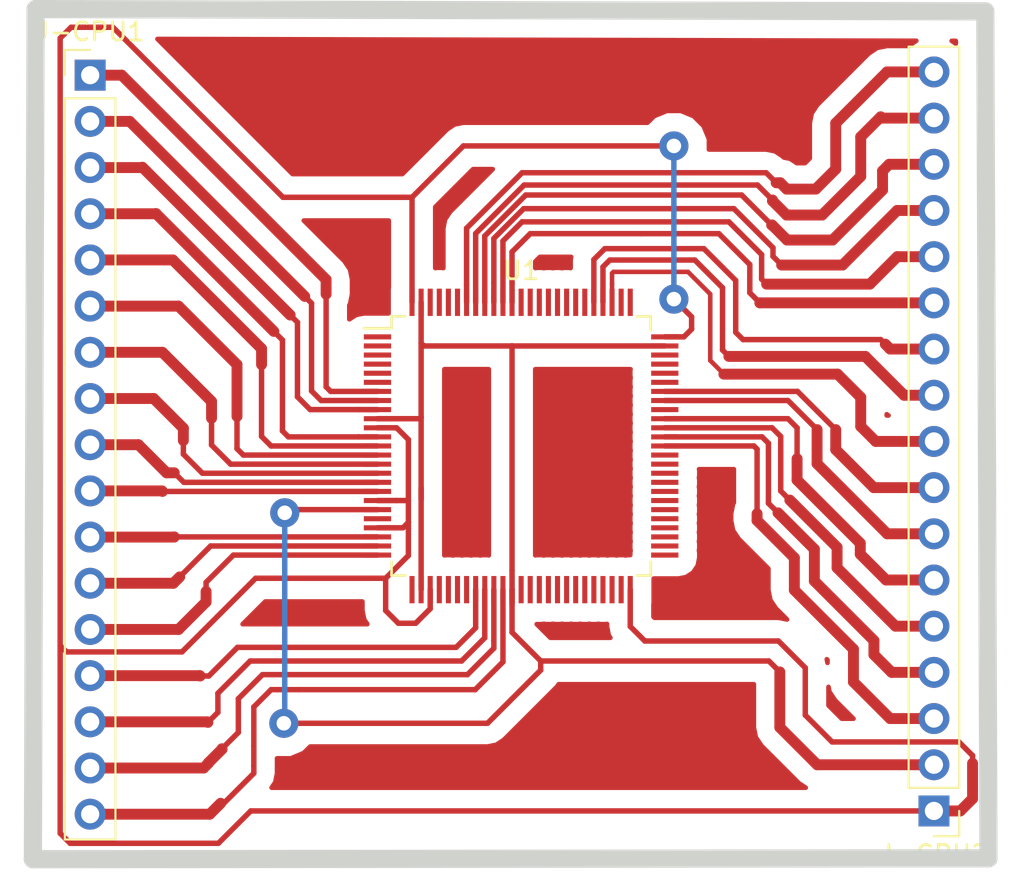
<source format=kicad_pcb>
(kicad_pcb (version 4) (host pcbnew 4.0.6)

  (general
    (links 45)
    (no_connects 0)
    (area 0 0 0 0)
    (thickness 1.6)
    (drawings 4)
    (tracks 337)
    (zones 0)
    (modules 3)
    (nets 90)
  )

  (page A4)
  (layers
    (0 F.Cu signal)
    (31 B.Cu signal)
    (32 B.Adhes user)
    (33 F.Adhes user)
    (34 B.Paste user)
    (35 F.Paste user)
    (36 B.SilkS user)
    (37 F.SilkS user)
    (38 B.Mask user)
    (39 F.Mask user)
    (40 Dwgs.User user)
    (41 Cmts.User user)
    (42 Eco1.User user)
    (43 Eco2.User user)
    (44 Edge.Cuts user)
    (45 Margin user)
    (46 B.CrtYd user)
    (47 F.CrtYd user)
    (48 B.Fab user)
    (49 F.Fab user)
  )

  (setup
    (last_trace_width 0.3)
    (user_trace_width 0.3)
    (user_trace_width 0.6)
    (user_trace_width 0.8)
    (trace_clearance 0.15)
    (zone_clearance 1)
    (zone_45_only no)
    (trace_min 0.2)
    (segment_width 0.2)
    (edge_width 1)
    (via_size 0.6)
    (via_drill 0.4)
    (via_min_size 0.4)
    (via_min_drill 0.3)
    (user_via 1.6 0.8)
    (uvia_size 0.3)
    (uvia_drill 0.1)
    (uvias_allowed no)
    (uvia_min_size 0.2)
    (uvia_min_drill 0.1)
    (pcb_text_width 0.3)
    (pcb_text_size 1.5 1.5)
    (mod_edge_width 0.15)
    (mod_text_size 1 1)
    (mod_text_width 0.15)
    (pad_size 1.5 1.5)
    (pad_drill 0.6)
    (pad_to_mask_clearance 0)
    (aux_axis_origin 0 0)
    (visible_elements FFFFEF7F)
    (pcbplotparams
      (layerselection 0x00030_80000001)
      (usegerberextensions false)
      (excludeedgelayer true)
      (linewidth 0.100000)
      (plotframeref false)
      (viasonmask false)
      (mode 1)
      (useauxorigin false)
      (hpglpennumber 1)
      (hpglpenspeed 20)
      (hpglpendiameter 15)
      (hpglpenoverlay 2)
      (psnegative false)
      (psa4output false)
      (plotreference true)
      (plotvalue true)
      (plotinvisibletext false)
      (padsonsilk false)
      (subtractmaskfromsilk false)
      (outputformat 1)
      (mirror false)
      (drillshape 1)
      (scaleselection 1)
      (outputdirectory ""))
  )

  (net 0 "")
  (net 1 GND)
  (net 2 /ADC_2)
  (net 3 /ADC_0)
  (net 4 /ADC_1)
  (net 5 /GLCD_0)
  (net 6 /GLCD_1)
  (net 7 /GLCD_2)
  (net 8 /GLCD_3)
  (net 9 /GLCD_4)
  (net 10 /GLCD_5)
  (net 11 /GLCD_6)
  (net 12 /GLCD_7)
  (net 13 /GLCD_CS1)
  (net 14 /GLCD_CS2)
  (net 15 /GLCD_RST)
  (net 16 /GLCD_RW)
  (net 17 /GLCD_RS)
  (net 18 /GLCD_EN)
  (net 19 VDD)
  (net 20 /ADC_SCL)
  (net 21 /ADC_SDA)
  (net 22 /USER_INPUT_1)
  (net 23 /USER_INPUT_2)
  (net 24 "Net-(U1-Pad1)")
  (net 25 "Net-(U1-Pad2)")
  (net 26 "Net-(U1-Pad3)")
  (net 27 "Net-(U1-Pad4)")
  (net 28 "Net-(U1-Pad5)")
  (net 29 "Net-(U1-Pad6)")
  (net 30 "Net-(U1-Pad21)")
  (net 31 "Net-(U1-Pad26)")
  (net 32 "Net-(U1-Pad29)")
  (net 33 "Net-(U1-Pad30)")
  (net 34 "Net-(U1-Pad31)")
  (net 35 "Net-(U1-Pad32)")
  (net 36 "Net-(U1-Pad38)")
  (net 37 "Net-(U1-Pad39)")
  (net 38 "Net-(U1-Pad40)")
  (net 39 "Net-(U1-Pad41)")
  (net 40 "Net-(U1-Pad42)")
  (net 41 "Net-(U1-Pad43)")
  (net 42 "Net-(U1-Pad44)")
  (net 43 "Net-(U1-Pad45)")
  (net 44 "Net-(U1-Pad46)")
  (net 45 "Net-(U1-Pad47)")
  (net 46 "Net-(U1-Pad48)")
  (net 47 "Net-(U1-Pad49)")
  (net 48 "Net-(U1-Pad51)")
  (net 49 "Net-(U1-Pad52)")
  (net 50 "Net-(U1-Pad53)")
  (net 51 "Net-(U1-Pad54)")
  (net 52 "Net-(U1-Pad55)")
  (net 53 "Net-(U1-Pad56)")
  (net 54 "Net-(U1-Pad57)")
  (net 55 "Net-(U1-Pad58)")
  (net 56 "Net-(U1-Pad59)")
  (net 57 "Net-(U1-Pad60)")
  (net 58 "Net-(U1-Pad61)")
  (net 59 "Net-(U1-Pad62)")
  (net 60 "Net-(U1-Pad67)")
  (net 61 /RX)
  (net 62 /TX)
  (net 63 "Net-(U1-Pad70)")
  (net 64 "Net-(U1-Pad71)")
  (net 65 "Net-(U1-Pad72)")
  (net 66 "Net-(U1-Pad73)")
  (net 67 "Net-(U1-Pad76)")
  (net 68 "Net-(U1-Pad77)")
  (net 69 "Net-(U1-Pad81)")
  (net 70 "Net-(U1-Pad82)")
  (net 71 "Net-(U1-Pad83)")
  (net 72 "Net-(U1-Pad84)")
  (net 73 "Net-(U1-Pad85)")
  (net 74 "Net-(U1-Pad86)")
  (net 75 "Net-(U1-Pad87)")
  (net 76 "Net-(U1-Pad88)")
  (net 77 /ADC_EOC)
  (net 78 "Net-(U1-Pad95)")
  (net 79 "Net-(U1-Pad96)")
  (net 80 "Net-(U1-Pad97)")
  (net 81 "Net-(U1-Pad98)")
  (net 82 /RST)
  (net 83 /OSC24_IN)
  (net 84 /OSC24_OUT)
  (net 85 /OSC32_IN)
  (net 86 /OSC32_OUT)
  (net 87 /BOOT)
  (net 88 /ADC_MCLK)
  (net 89 /ADC_XCLR)

  (net_class Default "This is the default net class."
    (clearance 0.15)
    (trace_width 0.25)
    (via_dia 0.6)
    (via_drill 0.4)
    (uvia_dia 0.3)
    (uvia_drill 0.1)
    (add_net /ADC_0)
    (add_net /ADC_1)
    (add_net /ADC_2)
    (add_net /ADC_EOC)
    (add_net /ADC_MCLK)
    (add_net /ADC_SCL)
    (add_net /ADC_SDA)
    (add_net /ADC_XCLR)
    (add_net /BOOT)
    (add_net /GLCD_0)
    (add_net /GLCD_1)
    (add_net /GLCD_2)
    (add_net /GLCD_3)
    (add_net /GLCD_4)
    (add_net /GLCD_5)
    (add_net /GLCD_6)
    (add_net /GLCD_7)
    (add_net /GLCD_CS1)
    (add_net /GLCD_CS2)
    (add_net /GLCD_EN)
    (add_net /GLCD_RS)
    (add_net /GLCD_RST)
    (add_net /GLCD_RW)
    (add_net /OSC24_IN)
    (add_net /OSC24_OUT)
    (add_net /OSC32_IN)
    (add_net /OSC32_OUT)
    (add_net /RST)
    (add_net /RX)
    (add_net /TX)
    (add_net /USER_INPUT_1)
    (add_net /USER_INPUT_2)
    (add_net GND)
    (add_net "Net-(U1-Pad1)")
    (add_net "Net-(U1-Pad2)")
    (add_net "Net-(U1-Pad21)")
    (add_net "Net-(U1-Pad26)")
    (add_net "Net-(U1-Pad29)")
    (add_net "Net-(U1-Pad3)")
    (add_net "Net-(U1-Pad30)")
    (add_net "Net-(U1-Pad31)")
    (add_net "Net-(U1-Pad32)")
    (add_net "Net-(U1-Pad38)")
    (add_net "Net-(U1-Pad39)")
    (add_net "Net-(U1-Pad4)")
    (add_net "Net-(U1-Pad40)")
    (add_net "Net-(U1-Pad41)")
    (add_net "Net-(U1-Pad42)")
    (add_net "Net-(U1-Pad43)")
    (add_net "Net-(U1-Pad44)")
    (add_net "Net-(U1-Pad45)")
    (add_net "Net-(U1-Pad46)")
    (add_net "Net-(U1-Pad47)")
    (add_net "Net-(U1-Pad48)")
    (add_net "Net-(U1-Pad49)")
    (add_net "Net-(U1-Pad5)")
    (add_net "Net-(U1-Pad51)")
    (add_net "Net-(U1-Pad52)")
    (add_net "Net-(U1-Pad53)")
    (add_net "Net-(U1-Pad54)")
    (add_net "Net-(U1-Pad55)")
    (add_net "Net-(U1-Pad56)")
    (add_net "Net-(U1-Pad57)")
    (add_net "Net-(U1-Pad58)")
    (add_net "Net-(U1-Pad59)")
    (add_net "Net-(U1-Pad6)")
    (add_net "Net-(U1-Pad60)")
    (add_net "Net-(U1-Pad61)")
    (add_net "Net-(U1-Pad62)")
    (add_net "Net-(U1-Pad67)")
    (add_net "Net-(U1-Pad70)")
    (add_net "Net-(U1-Pad71)")
    (add_net "Net-(U1-Pad72)")
    (add_net "Net-(U1-Pad73)")
    (add_net "Net-(U1-Pad76)")
    (add_net "Net-(U1-Pad77)")
    (add_net "Net-(U1-Pad81)")
    (add_net "Net-(U1-Pad82)")
    (add_net "Net-(U1-Pad83)")
    (add_net "Net-(U1-Pad84)")
    (add_net "Net-(U1-Pad85)")
    (add_net "Net-(U1-Pad86)")
    (add_net "Net-(U1-Pad87)")
    (add_net "Net-(U1-Pad88)")
    (add_net "Net-(U1-Pad95)")
    (add_net "Net-(U1-Pad96)")
    (add_net "Net-(U1-Pad97)")
    (add_net "Net-(U1-Pad98)")
    (add_net VDD)
  )

  (module Housings_QFP:LQFP-100_14x14mm_Pitch0.5mm locked (layer F.Cu) (tedit 54130A77) (tstamp 59D2BF30)
    (at 133.025 119.2)
    (descr "LQFP100: plastic low profile quad flat package; 100 leads; body 14 x 14 x 1.4 mm (see NXP sot407-1_po.pdf and sot407-1_fr.pdf)")
    (tags "QFP 0.5")
    (path /59B0F675)
    (attr smd)
    (fp_text reference U1 (at 0 -9.65) (layer F.SilkS)
      (effects (font (size 1 1) (thickness 0.15)))
    )
    (fp_text value STM32F407VGTx (at 0 9.65) (layer F.Fab)
      (effects (font (size 1 1) (thickness 0.15)))
    )
    (fp_text user %R (at 1.2 1) (layer F.Fab)
      (effects (font (size 1 1) (thickness 0.15)))
    )
    (fp_line (start -6 -7) (end 7 -7) (layer F.Fab) (width 0.15))
    (fp_line (start 7 -7) (end 7 7) (layer F.Fab) (width 0.15))
    (fp_line (start 7 7) (end -7 7) (layer F.Fab) (width 0.15))
    (fp_line (start -7 7) (end -7 -6) (layer F.Fab) (width 0.15))
    (fp_line (start -7 -6) (end -6 -7) (layer F.Fab) (width 0.15))
    (fp_line (start -8.9 -8.9) (end -8.9 8.9) (layer F.CrtYd) (width 0.05))
    (fp_line (start 8.9 -8.9) (end 8.9 8.9) (layer F.CrtYd) (width 0.05))
    (fp_line (start -8.9 -8.9) (end 8.9 -8.9) (layer F.CrtYd) (width 0.05))
    (fp_line (start -8.9 8.9) (end 8.9 8.9) (layer F.CrtYd) (width 0.05))
    (fp_line (start -7.125 -7.125) (end -7.125 -6.475) (layer F.SilkS) (width 0.15))
    (fp_line (start 7.125 -7.125) (end 7.125 -6.365) (layer F.SilkS) (width 0.15))
    (fp_line (start 7.125 7.125) (end 7.125 6.365) (layer F.SilkS) (width 0.15))
    (fp_line (start -7.125 7.125) (end -7.125 6.365) (layer F.SilkS) (width 0.15))
    (fp_line (start -7.125 -7.125) (end -6.365 -7.125) (layer F.SilkS) (width 0.15))
    (fp_line (start -7.125 7.125) (end -6.365 7.125) (layer F.SilkS) (width 0.15))
    (fp_line (start 7.125 7.125) (end 6.365 7.125) (layer F.SilkS) (width 0.15))
    (fp_line (start 7.125 -7.125) (end 6.365 -7.125) (layer F.SilkS) (width 0.15))
    (fp_line (start -7.125 -6.475) (end -8.65 -6.475) (layer F.SilkS) (width 0.15))
    (pad 1 smd rect (at -7.9 -6) (size 1.5 0.28) (layers F.Cu F.Paste F.Mask)
      (net 24 "Net-(U1-Pad1)"))
    (pad 2 smd rect (at -7.9 -5.5) (size 1.5 0.28) (layers F.Cu F.Paste F.Mask)
      (net 25 "Net-(U1-Pad2)"))
    (pad 3 smd rect (at -7.9 -5) (size 1.5 0.28) (layers F.Cu F.Paste F.Mask)
      (net 26 "Net-(U1-Pad3)"))
    (pad 4 smd rect (at -7.9 -4.5) (size 1.5 0.28) (layers F.Cu F.Paste F.Mask)
      (net 27 "Net-(U1-Pad4)"))
    (pad 5 smd rect (at -7.9 -4) (size 1.5 0.28) (layers F.Cu F.Paste F.Mask)
      (net 28 "Net-(U1-Pad5)"))
    (pad 6 smd rect (at -7.9 -3.5) (size 1.5 0.28) (layers F.Cu F.Paste F.Mask)
      (net 29 "Net-(U1-Pad6)"))
    (pad 7 smd rect (at -7.9 -3) (size 1.5 0.28) (layers F.Cu F.Paste F.Mask)
      (net 18 /GLCD_EN))
    (pad 8 smd rect (at -7.9 -2.5) (size 1.5 0.28) (layers F.Cu F.Paste F.Mask)
      (net 85 /OSC32_IN))
    (pad 9 smd rect (at -7.9 -2) (size 1.5 0.28) (layers F.Cu F.Paste F.Mask)
      (net 86 /OSC32_OUT))
    (pad 10 smd rect (at -7.9 -1.5) (size 1.5 0.28) (layers F.Cu F.Paste F.Mask)
      (net 1 GND))
    (pad 11 smd rect (at -7.9 -1) (size 1.5 0.28) (layers F.Cu F.Paste F.Mask)
      (net 19 VDD))
    (pad 12 smd rect (at -7.9 -0.5) (size 1.5 0.28) (layers F.Cu F.Paste F.Mask)
      (net 83 /OSC24_IN))
    (pad 13 smd rect (at -7.9 0) (size 1.5 0.28) (layers F.Cu F.Paste F.Mask)
      (net 84 /OSC24_OUT))
    (pad 14 smd rect (at -7.9 0.5) (size 1.5 0.28) (layers F.Cu F.Paste F.Mask)
      (net 82 /RST))
    (pad 15 smd rect (at -7.9 1) (size 1.5 0.28) (layers F.Cu F.Paste F.Mask)
      (net 5 /GLCD_0))
    (pad 16 smd rect (at -7.9 1.5) (size 1.5 0.28) (layers F.Cu F.Paste F.Mask)
      (net 6 /GLCD_1))
    (pad 17 smd rect (at -7.9 2) (size 1.5 0.28) (layers F.Cu F.Paste F.Mask)
      (net 7 /GLCD_2))
    (pad 18 smd rect (at -7.9 2.5) (size 1.5 0.28) (layers F.Cu F.Paste F.Mask)
      (net 8 /GLCD_3))
    (pad 19 smd rect (at -7.9 3) (size 1.5 0.28) (layers F.Cu F.Paste F.Mask)
      (net 19 VDD))
    (pad 20 smd rect (at -7.9 3.5) (size 1.5 0.28) (layers F.Cu F.Paste F.Mask)
      (net 1 GND))
    (pad 21 smd rect (at -7.9 4) (size 1.5 0.28) (layers F.Cu F.Paste F.Mask)
      (net 30 "Net-(U1-Pad21)"))
    (pad 22 smd rect (at -7.9 4.5) (size 1.5 0.28) (layers F.Cu F.Paste F.Mask)
      (net 19 VDD))
    (pad 23 smd rect (at -7.9 5) (size 1.5 0.28) (layers F.Cu F.Paste F.Mask)
      (net 3 /ADC_0))
    (pad 24 smd rect (at -7.9 5.5) (size 1.5 0.28) (layers F.Cu F.Paste F.Mask)
      (net 4 /ADC_1))
    (pad 25 smd rect (at -7.9 6) (size 1.5 0.28) (layers F.Cu F.Paste F.Mask)
      (net 2 /ADC_2))
    (pad 26 smd rect (at -6 7.9 90) (size 1.5 0.28) (layers F.Cu F.Paste F.Mask)
      (net 31 "Net-(U1-Pad26)"))
    (pad 27 smd rect (at -5.5 7.9 90) (size 1.5 0.28) (layers F.Cu F.Paste F.Mask)
      (net 1 GND))
    (pad 28 smd rect (at -5 7.9 90) (size 1.5 0.28) (layers F.Cu F.Paste F.Mask)
      (net 19 VDD))
    (pad 29 smd rect (at -4.5 7.9 90) (size 1.5 0.28) (layers F.Cu F.Paste F.Mask)
      (net 32 "Net-(U1-Pad29)"))
    (pad 30 smd rect (at -4 7.9 90) (size 1.5 0.28) (layers F.Cu F.Paste F.Mask)
      (net 33 "Net-(U1-Pad30)"))
    (pad 31 smd rect (at -3.5 7.9 90) (size 1.5 0.28) (layers F.Cu F.Paste F.Mask)
      (net 34 "Net-(U1-Pad31)"))
    (pad 32 smd rect (at -3 7.9 90) (size 1.5 0.28) (layers F.Cu F.Paste F.Mask)
      (net 35 "Net-(U1-Pad32)"))
    (pad 33 smd rect (at -2.5 7.9 90) (size 1.5 0.28) (layers F.Cu F.Paste F.Mask)
      (net 9 /GLCD_4))
    (pad 34 smd rect (at -2 7.9 90) (size 1.5 0.28) (layers F.Cu F.Paste F.Mask)
      (net 10 /GLCD_5))
    (pad 35 smd rect (at -1.5 7.9 90) (size 1.5 0.28) (layers F.Cu F.Paste F.Mask)
      (net 22 /USER_INPUT_1))
    (pad 36 smd rect (at -1 7.9 90) (size 1.5 0.28) (layers F.Cu F.Paste F.Mask)
      (net 23 /USER_INPUT_2))
    (pad 37 smd rect (at -0.5 7.9 90) (size 1.5 0.28) (layers F.Cu F.Paste F.Mask)
      (net 1 GND))
    (pad 38 smd rect (at 0 7.9 90) (size 1.5 0.28) (layers F.Cu F.Paste F.Mask)
      (net 36 "Net-(U1-Pad38)"))
    (pad 39 smd rect (at 0.5 7.9 90) (size 1.5 0.28) (layers F.Cu F.Paste F.Mask)
      (net 37 "Net-(U1-Pad39)"))
    (pad 40 smd rect (at 1 7.9 90) (size 1.5 0.28) (layers F.Cu F.Paste F.Mask)
      (net 38 "Net-(U1-Pad40)"))
    (pad 41 smd rect (at 1.5 7.9 90) (size 1.5 0.28) (layers F.Cu F.Paste F.Mask)
      (net 39 "Net-(U1-Pad41)"))
    (pad 42 smd rect (at 2 7.9 90) (size 1.5 0.28) (layers F.Cu F.Paste F.Mask)
      (net 40 "Net-(U1-Pad42)"))
    (pad 43 smd rect (at 2.5 7.9 90) (size 1.5 0.28) (layers F.Cu F.Paste F.Mask)
      (net 41 "Net-(U1-Pad43)"))
    (pad 44 smd rect (at 3 7.9 90) (size 1.5 0.28) (layers F.Cu F.Paste F.Mask)
      (net 42 "Net-(U1-Pad44)"))
    (pad 45 smd rect (at 3.5 7.9 90) (size 1.5 0.28) (layers F.Cu F.Paste F.Mask)
      (net 43 "Net-(U1-Pad45)"))
    (pad 46 smd rect (at 4 7.9 90) (size 1.5 0.28) (layers F.Cu F.Paste F.Mask)
      (net 44 "Net-(U1-Pad46)"))
    (pad 47 smd rect (at 4.5 7.9 90) (size 1.5 0.28) (layers F.Cu F.Paste F.Mask)
      (net 45 "Net-(U1-Pad47)"))
    (pad 48 smd rect (at 5 7.9 90) (size 1.5 0.28) (layers F.Cu F.Paste F.Mask)
      (net 46 "Net-(U1-Pad48)"))
    (pad 49 smd rect (at 5.5 7.9 90) (size 1.5 0.28) (layers F.Cu F.Paste F.Mask)
      (net 47 "Net-(U1-Pad49)"))
    (pad 50 smd rect (at 6 7.9 90) (size 1.5 0.28) (layers F.Cu F.Paste F.Mask)
      (net 19 VDD))
    (pad 51 smd rect (at 7.9 6) (size 1.5 0.28) (layers F.Cu F.Paste F.Mask)
      (net 48 "Net-(U1-Pad51)"))
    (pad 52 smd rect (at 7.9 5.5) (size 1.5 0.28) (layers F.Cu F.Paste F.Mask)
      (net 49 "Net-(U1-Pad52)"))
    (pad 53 smd rect (at 7.9 5) (size 1.5 0.28) (layers F.Cu F.Paste F.Mask)
      (net 50 "Net-(U1-Pad53)"))
    (pad 54 smd rect (at 7.9 4.5) (size 1.5 0.28) (layers F.Cu F.Paste F.Mask)
      (net 51 "Net-(U1-Pad54)"))
    (pad 55 smd rect (at 7.9 4) (size 1.5 0.28) (layers F.Cu F.Paste F.Mask)
      (net 52 "Net-(U1-Pad55)"))
    (pad 56 smd rect (at 7.9 3.5) (size 1.5 0.28) (layers F.Cu F.Paste F.Mask)
      (net 53 "Net-(U1-Pad56)"))
    (pad 57 smd rect (at 7.9 3) (size 1.5 0.28) (layers F.Cu F.Paste F.Mask)
      (net 54 "Net-(U1-Pad57)"))
    (pad 58 smd rect (at 7.9 2.5) (size 1.5 0.28) (layers F.Cu F.Paste F.Mask)
      (net 55 "Net-(U1-Pad58)"))
    (pad 59 smd rect (at 7.9 2) (size 1.5 0.28) (layers F.Cu F.Paste F.Mask)
      (net 56 "Net-(U1-Pad59)"))
    (pad 60 smd rect (at 7.9 1.5) (size 1.5 0.28) (layers F.Cu F.Paste F.Mask)
      (net 57 "Net-(U1-Pad60)"))
    (pad 61 smd rect (at 7.9 1) (size 1.5 0.28) (layers F.Cu F.Paste F.Mask)
      (net 58 "Net-(U1-Pad61)"))
    (pad 62 smd rect (at 7.9 0.5) (size 1.5 0.28) (layers F.Cu F.Paste F.Mask)
      (net 59 "Net-(U1-Pad62)"))
    (pad 63 smd rect (at 7.9 0) (size 1.5 0.28) (layers F.Cu F.Paste F.Mask)
      (net 11 /GLCD_6))
    (pad 64 smd rect (at 7.9 -0.5) (size 1.5 0.28) (layers F.Cu F.Paste F.Mask)
      (net 12 /GLCD_7))
    (pad 65 smd rect (at 7.9 -1) (size 1.5 0.28) (layers F.Cu F.Paste F.Mask)
      (net 13 /GLCD_CS1))
    (pad 66 smd rect (at 7.9 -1.5) (size 1.5 0.28) (layers F.Cu F.Paste F.Mask)
      (net 14 /GLCD_CS2))
    (pad 67 smd rect (at 7.9 -2) (size 1.5 0.28) (layers F.Cu F.Paste F.Mask)
      (net 60 "Net-(U1-Pad67)"))
    (pad 68 smd rect (at 7.9 -2.5) (size 1.5 0.28) (layers F.Cu F.Paste F.Mask)
      (net 61 /RX))
    (pad 69 smd rect (at 7.9 -3) (size 1.5 0.28) (layers F.Cu F.Paste F.Mask)
      (net 62 /TX))
    (pad 70 smd rect (at 7.9 -3.5) (size 1.5 0.28) (layers F.Cu F.Paste F.Mask)
      (net 63 "Net-(U1-Pad70)"))
    (pad 71 smd rect (at 7.9 -4) (size 1.5 0.28) (layers F.Cu F.Paste F.Mask)
      (net 64 "Net-(U1-Pad71)"))
    (pad 72 smd rect (at 7.9 -4.5) (size 1.5 0.28) (layers F.Cu F.Paste F.Mask)
      (net 65 "Net-(U1-Pad72)"))
    (pad 73 smd rect (at 7.9 -5) (size 1.5 0.28) (layers F.Cu F.Paste F.Mask)
      (net 66 "Net-(U1-Pad73)"))
    (pad 74 smd rect (at 7.9 -5.5) (size 1.5 0.28) (layers F.Cu F.Paste F.Mask)
      (net 1 GND))
    (pad 75 smd rect (at 7.9 -6) (size 1.5 0.28) (layers F.Cu F.Paste F.Mask)
      (net 19 VDD))
    (pad 76 smd rect (at 6 -7.9 90) (size 1.5 0.28) (layers F.Cu F.Paste F.Mask)
      (net 67 "Net-(U1-Pad76)"))
    (pad 77 smd rect (at 5.5 -7.9 90) (size 1.5 0.28) (layers F.Cu F.Paste F.Mask)
      (net 68 "Net-(U1-Pad77)"))
    (pad 78 smd rect (at 5 -7.9 90) (size 1.5 0.28) (layers F.Cu F.Paste F.Mask)
      (net 17 /GLCD_RS))
    (pad 79 smd rect (at 4.5 -7.9 90) (size 1.5 0.28) (layers F.Cu F.Paste F.Mask)
      (net 16 /GLCD_RW))
    (pad 80 smd rect (at 4 -7.9 90) (size 1.5 0.28) (layers F.Cu F.Paste F.Mask)
      (net 15 /GLCD_RST))
    (pad 81 smd rect (at 3.5 -7.9 90) (size 1.5 0.28) (layers F.Cu F.Paste F.Mask)
      (net 69 "Net-(U1-Pad81)"))
    (pad 82 smd rect (at 3 -7.9 90) (size 1.5 0.28) (layers F.Cu F.Paste F.Mask)
      (net 70 "Net-(U1-Pad82)"))
    (pad 83 smd rect (at 2.5 -7.9 90) (size 1.5 0.28) (layers F.Cu F.Paste F.Mask)
      (net 71 "Net-(U1-Pad83)"))
    (pad 84 smd rect (at 2 -7.9 90) (size 1.5 0.28) (layers F.Cu F.Paste F.Mask)
      (net 72 "Net-(U1-Pad84)"))
    (pad 85 smd rect (at 1.5 -7.9 90) (size 1.5 0.28) (layers F.Cu F.Paste F.Mask)
      (net 73 "Net-(U1-Pad85)"))
    (pad 86 smd rect (at 1 -7.9 90) (size 1.5 0.28) (layers F.Cu F.Paste F.Mask)
      (net 74 "Net-(U1-Pad86)"))
    (pad 87 smd rect (at 0.5 -7.9 90) (size 1.5 0.28) (layers F.Cu F.Paste F.Mask)
      (net 75 "Net-(U1-Pad87)"))
    (pad 88 smd rect (at 0 -7.9 90) (size 1.5 0.28) (layers F.Cu F.Paste F.Mask)
      (net 76 "Net-(U1-Pad88)"))
    (pad 89 smd rect (at -0.5 -7.9 90) (size 1.5 0.28) (layers F.Cu F.Paste F.Mask)
      (net 88 /ADC_MCLK))
    (pad 90 smd rect (at -1 -7.9 90) (size 1.5 0.28) (layers F.Cu F.Paste F.Mask)
      (net 89 /ADC_XCLR))
    (pad 91 smd rect (at -1.5 -7.9 90) (size 1.5 0.28) (layers F.Cu F.Paste F.Mask)
      (net 77 /ADC_EOC))
    (pad 92 smd rect (at -2 -7.9 90) (size 1.5 0.28) (layers F.Cu F.Paste F.Mask)
      (net 20 /ADC_SCL))
    (pad 93 smd rect (at -2.5 -7.9 90) (size 1.5 0.28) (layers F.Cu F.Paste F.Mask)
      (net 21 /ADC_SDA))
    (pad 94 smd rect (at -3 -7.9 90) (size 1.5 0.28) (layers F.Cu F.Paste F.Mask)
      (net 87 /BOOT))
    (pad 95 smd rect (at -3.5 -7.9 90) (size 1.5 0.28) (layers F.Cu F.Paste F.Mask)
      (net 78 "Net-(U1-Pad95)"))
    (pad 96 smd rect (at -4 -7.9 90) (size 1.5 0.28) (layers F.Cu F.Paste F.Mask)
      (net 79 "Net-(U1-Pad96)"))
    (pad 97 smd rect (at -4.5 -7.9 90) (size 1.5 0.28) (layers F.Cu F.Paste F.Mask)
      (net 80 "Net-(U1-Pad97)"))
    (pad 98 smd rect (at -5 -7.9 90) (size 1.5 0.28) (layers F.Cu F.Paste F.Mask)
      (net 81 "Net-(U1-Pad98)"))
    (pad 99 smd rect (at -5.5 -7.9 90) (size 1.5 0.28) (layers F.Cu F.Paste F.Mask)
      (net 1 GND))
    (pad 100 smd rect (at -6 -7.9 90) (size 1.5 0.28) (layers F.Cu F.Paste F.Mask)
      (net 19 VDD))
    (model Housings_QFP.3dshapes/LQFP-100_14x14mm_Pitch0.5mm.wrl
      (at (xyz 0 0 0))
      (scale (xyz 1 1 1))
      (rotate (xyz 0 0 0))
    )
  )

  (module Pin_Headers:Pin_Header_Straight_1x17_Pitch2.54mm locked (layer F.Cu) (tedit 5862ED52) (tstamp 59D2C640)
    (at 109.325 98.81)
    (descr "Through hole straight pin header, 1x17, 2.54mm pitch, single row")
    (tags "Through hole pin header THT 1x17 2.54mm single row")
    (path /59D4BBFA)
    (fp_text reference J-CPU1 (at 0 -2.39) (layer F.SilkS)
      (effects (font (size 1 1) (thickness 0.15)))
    )
    (fp_text value CONN_01X17 (at 0 43.03) (layer F.Fab)
      (effects (font (size 1 1) (thickness 0.15)))
    )
    (fp_line (start -1.27 -1.27) (end -1.27 41.91) (layer F.Fab) (width 0.1))
    (fp_line (start -1.27 41.91) (end 1.27 41.91) (layer F.Fab) (width 0.1))
    (fp_line (start 1.27 41.91) (end 1.27 -1.27) (layer F.Fab) (width 0.1))
    (fp_line (start 1.27 -1.27) (end -1.27 -1.27) (layer F.Fab) (width 0.1))
    (fp_line (start -1.39 1.27) (end -1.39 42.03) (layer F.SilkS) (width 0.12))
    (fp_line (start -1.39 42.03) (end 1.39 42.03) (layer F.SilkS) (width 0.12))
    (fp_line (start 1.39 42.03) (end 1.39 1.27) (layer F.SilkS) (width 0.12))
    (fp_line (start 1.39 1.27) (end -1.39 1.27) (layer F.SilkS) (width 0.12))
    (fp_line (start -1.39 0) (end -1.39 -1.39) (layer F.SilkS) (width 0.12))
    (fp_line (start -1.39 -1.39) (end 0 -1.39) (layer F.SilkS) (width 0.12))
    (fp_line (start -1.6 -1.6) (end -1.6 42.2) (layer F.CrtYd) (width 0.05))
    (fp_line (start -1.6 42.2) (end 1.6 42.2) (layer F.CrtYd) (width 0.05))
    (fp_line (start 1.6 42.2) (end 1.6 -1.6) (layer F.CrtYd) (width 0.05))
    (fp_line (start 1.6 -1.6) (end -1.6 -1.6) (layer F.CrtYd) (width 0.05))
    (pad 1 thru_hole rect (at 0 0) (size 1.7 1.7) (drill 1) (layers *.Cu *.Mask)
      (net 18 /GLCD_EN))
    (pad 2 thru_hole oval (at 0 2.54) (size 1.7 1.7) (drill 1) (layers *.Cu *.Mask)
      (net 85 /OSC32_IN))
    (pad 3 thru_hole oval (at 0 5.08) (size 1.7 1.7) (drill 1) (layers *.Cu *.Mask)
      (net 86 /OSC32_OUT))
    (pad 4 thru_hole oval (at 0 7.62) (size 1.7 1.7) (drill 1) (layers *.Cu *.Mask)
      (net 83 /OSC24_IN))
    (pad 5 thru_hole oval (at 0 10.16) (size 1.7 1.7) (drill 1) (layers *.Cu *.Mask)
      (net 84 /OSC24_OUT))
    (pad 6 thru_hole oval (at 0 12.7) (size 1.7 1.7) (drill 1) (layers *.Cu *.Mask)
      (net 82 /RST))
    (pad 7 thru_hole oval (at 0 15.24) (size 1.7 1.7) (drill 1) (layers *.Cu *.Mask)
      (net 5 /GLCD_0))
    (pad 8 thru_hole oval (at 0 17.78) (size 1.7 1.7) (drill 1) (layers *.Cu *.Mask)
      (net 6 /GLCD_1))
    (pad 9 thru_hole oval (at 0 20.32) (size 1.7 1.7) (drill 1) (layers *.Cu *.Mask)
      (net 7 /GLCD_2))
    (pad 10 thru_hole oval (at 0 22.86) (size 1.7 1.7) (drill 1) (layers *.Cu *.Mask)
      (net 8 /GLCD_3))
    (pad 11 thru_hole oval (at 0 25.4) (size 1.7 1.7) (drill 1) (layers *.Cu *.Mask)
      (net 3 /ADC_0))
    (pad 12 thru_hole oval (at 0 27.94) (size 1.7 1.7) (drill 1) (layers *.Cu *.Mask)
      (net 4 /ADC_1))
    (pad 13 thru_hole oval (at 0 30.48) (size 1.7 1.7) (drill 1) (layers *.Cu *.Mask)
      (net 2 /ADC_2))
    (pad 14 thru_hole oval (at 0 33.02) (size 1.7 1.7) (drill 1) (layers *.Cu *.Mask)
      (net 9 /GLCD_4))
    (pad 15 thru_hole oval (at 0 35.56) (size 1.7 1.7) (drill 1) (layers *.Cu *.Mask)
      (net 10 /GLCD_5))
    (pad 16 thru_hole oval (at 0 38.1) (size 1.7 1.7) (drill 1) (layers *.Cu *.Mask)
      (net 22 /USER_INPUT_1))
    (pad 17 thru_hole oval (at 0 40.64) (size 1.7 1.7) (drill 1) (layers *.Cu *.Mask)
      (net 23 /USER_INPUT_2))
    (model Pin_Headers.3dshapes/Pin_Header_Straight_1x17_Pitch2.54mm.wrl
      (at (xyz 0 -0.8 0))
      (scale (xyz 1 1 1))
      (rotate (xyz 0 0 90))
    )
  )

  (module Pin_Headers:Pin_Header_Straight_1x17_Pitch2.54mm locked (layer F.Cu) (tedit 5862ED52) (tstamp 59D2C655)
    (at 155.725 139.27 180)
    (descr "Through hole straight pin header, 1x17, 2.54mm pitch, single row")
    (tags "Through hole pin header THT 1x17 2.54mm single row")
    (path /59D532FC)
    (fp_text reference J-CPU2 (at 0 -2.39 180) (layer F.SilkS)
      (effects (font (size 1 1) (thickness 0.15)))
    )
    (fp_text value CONN_01X17 (at 0 43.03 180) (layer F.Fab)
      (effects (font (size 1 1) (thickness 0.15)))
    )
    (fp_line (start -1.27 -1.27) (end -1.27 41.91) (layer F.Fab) (width 0.1))
    (fp_line (start -1.27 41.91) (end 1.27 41.91) (layer F.Fab) (width 0.1))
    (fp_line (start 1.27 41.91) (end 1.27 -1.27) (layer F.Fab) (width 0.1))
    (fp_line (start 1.27 -1.27) (end -1.27 -1.27) (layer F.Fab) (width 0.1))
    (fp_line (start -1.39 1.27) (end -1.39 42.03) (layer F.SilkS) (width 0.12))
    (fp_line (start -1.39 42.03) (end 1.39 42.03) (layer F.SilkS) (width 0.12))
    (fp_line (start 1.39 42.03) (end 1.39 1.27) (layer F.SilkS) (width 0.12))
    (fp_line (start 1.39 1.27) (end -1.39 1.27) (layer F.SilkS) (width 0.12))
    (fp_line (start -1.39 0) (end -1.39 -1.39) (layer F.SilkS) (width 0.12))
    (fp_line (start -1.39 -1.39) (end 0 -1.39) (layer F.SilkS) (width 0.12))
    (fp_line (start -1.6 -1.6) (end -1.6 42.2) (layer F.CrtYd) (width 0.05))
    (fp_line (start -1.6 42.2) (end 1.6 42.2) (layer F.CrtYd) (width 0.05))
    (fp_line (start 1.6 42.2) (end 1.6 -1.6) (layer F.CrtYd) (width 0.05))
    (fp_line (start 1.6 -1.6) (end -1.6 -1.6) (layer F.CrtYd) (width 0.05))
    (pad 1 thru_hole rect (at 0 0 180) (size 1.7 1.7) (drill 1) (layers *.Cu *.Mask)
      (net 19 VDD))
    (pad 2 thru_hole oval (at 0 2.54 180) (size 1.7 1.7) (drill 1) (layers *.Cu *.Mask)
      (net 1 GND))
    (pad 3 thru_hole oval (at 0 5.08 180) (size 1.7 1.7) (drill 1) (layers *.Cu *.Mask)
      (net 11 /GLCD_6))
    (pad 4 thru_hole oval (at 0 7.62 180) (size 1.7 1.7) (drill 1) (layers *.Cu *.Mask)
      (net 12 /GLCD_7))
    (pad 5 thru_hole oval (at 0 10.16 180) (size 1.7 1.7) (drill 1) (layers *.Cu *.Mask)
      (net 13 /GLCD_CS1))
    (pad 6 thru_hole oval (at 0 12.7 180) (size 1.7 1.7) (drill 1) (layers *.Cu *.Mask)
      (net 14 /GLCD_CS2))
    (pad 7 thru_hole oval (at 0 15.24 180) (size 1.7 1.7) (drill 1) (layers *.Cu *.Mask)
      (net 61 /RX))
    (pad 8 thru_hole oval (at 0 17.78 180) (size 1.7 1.7) (drill 1) (layers *.Cu *.Mask)
      (net 62 /TX))
    (pad 9 thru_hole oval (at 0 20.32 180) (size 1.7 1.7) (drill 1) (layers *.Cu *.Mask)
      (net 17 /GLCD_RS))
    (pad 10 thru_hole oval (at 0 22.86 180) (size 1.7 1.7) (drill 1) (layers *.Cu *.Mask)
      (net 16 /GLCD_RW))
    (pad 11 thru_hole oval (at 0 25.4 180) (size 1.7 1.7) (drill 1) (layers *.Cu *.Mask)
      (net 15 /GLCD_RST))
    (pad 12 thru_hole oval (at 0 27.94 180) (size 1.7 1.7) (drill 1) (layers *.Cu *.Mask)
      (net 88 /ADC_MCLK))
    (pad 13 thru_hole oval (at 0 30.48 180) (size 1.7 1.7) (drill 1) (layers *.Cu *.Mask)
      (net 89 /ADC_XCLR))
    (pad 14 thru_hole oval (at 0 33.02 180) (size 1.7 1.7) (drill 1) (layers *.Cu *.Mask)
      (net 77 /ADC_EOC))
    (pad 15 thru_hole oval (at 0 35.56 180) (size 1.7 1.7) (drill 1) (layers *.Cu *.Mask)
      (net 20 /ADC_SCL))
    (pad 16 thru_hole oval (at 0 38.1 180) (size 1.7 1.7) (drill 1) (layers *.Cu *.Mask)
      (net 21 /ADC_SDA))
    (pad 17 thru_hole oval (at 0 40.64 180) (size 1.7 1.7) (drill 1) (layers *.Cu *.Mask)
      (net 87 /BOOT))
    (model Pin_Headers.3dshapes/Pin_Header_Straight_1x17_Pitch2.54mm.wrl
      (at (xyz 0 -0.8 0))
      (scale (xyz 1 1 1))
      (rotate (xyz 0 0 90))
    )
  )

  (gr_line (start 106.175 141.925) (end 106.325 95.175) (layer Edge.Cuts) (width 1))
  (gr_line (start 158.725 141.875) (end 106.175 141.925) (layer Edge.Cuts) (width 1))
  (gr_line (start 158.55 95.3) (end 158.725 141.875) (layer Edge.Cuts) (width 1))
  (gr_line (start 106.325 95.175) (end 158.55 95.3) (layer Edge.Cuts) (width 1))

  (segment (start 131.175 134.45) (end 134.1 131.525) (width 0.3) (layer F.Cu) (net 1))
  (segment (start 134.1 131.525) (end 134.1 131.025) (width 0.3) (layer F.Cu) (net 1))
  (segment (start 119.975 134.45) (end 131.175 134.45) (width 0.3) (layer F.Cu) (net 1))
  (segment (start 120.025 124.00637) (end 120.025 134.4) (width 0.3) (layer B.Cu) (net 1))
  (segment (start 120.025 134.4) (end 119.975 134.45) (width 0.3) (layer B.Cu) (net 1))
  (via (at 119.975 134.45) (size 1.6) (drill 0.8) (layers F.Cu B.Cu) (net 1))
  (segment (start 120.025 122.875) (end 120.025 124.00637) (width 0.3) (layer B.Cu) (net 1))
  (segment (start 125.125 122.7) (end 120.2 122.7) (width 0.3) (layer F.Cu) (net 1))
  (segment (start 120.2 122.7) (end 120.025 122.875) (width 0.3) (layer F.Cu) (net 1))
  (via (at 120.025 122.875) (size 1.6) (drill 0.8) (layers F.Cu B.Cu) (net 1))
  (segment (start 147.25 134.675) (end 149.305 136.73) (width 0.6) (layer F.Cu) (net 1))
  (segment (start 149.305 136.73) (end 155.725 136.73) (width 0.6) (layer F.Cu) (net 1))
  (segment (start 147.25 131.625) (end 147.25 134.675) (width 0.6) (layer F.Cu) (net 1))
  (segment (start 146.65 131.025) (end 147.25 131.625) (width 0.3) (layer F.Cu) (net 1))
  (segment (start 134.1 131.025) (end 146.65 131.025) (width 0.3) (layer F.Cu) (net 1))
  (segment (start 132.525 129.45) (end 134.1 131.025) (width 0.3) (layer F.Cu) (net 1))
  (segment (start 132.525 127.925) (end 132.525 129.45) (width 0.3) (layer F.Cu) (net 1))
  (segment (start 132.525 127.1) (end 132.525 127.925) (width 0.3) (layer F.Cu) (net 1))
  (segment (start 132.525 127.1) (end 132.525 127.825) (width 0.3) (layer F.Cu) (net 1))
  (segment (start 140.925 113.7) (end 132.525 113.7) (width 0.3) (layer F.Cu) (net 1))
  (segment (start 132.525 113.7) (end 127.675 113.7) (width 0.3) (layer F.Cu) (net 1))
  (segment (start 132.525 126.05) (end 132.525 113.7) (width 0.3) (layer F.Cu) (net 1))
  (segment (start 132.525 127.1) (end 132.525 126.05) (width 0.3) (layer F.Cu) (net 1))
  (segment (start 127.525 117.625) (end 127.525 121.525) (width 0.3) (layer F.Cu) (net 1))
  (segment (start 127.525 121.525) (end 127.525 122.15) (width 0.3) (layer F.Cu) (net 1))
  (segment (start 127.525 127.1) (end 127.525 121.525) (width 0.3) (layer F.Cu) (net 1))
  (segment (start 127.525 111.3) (end 127.525 113.55) (width 0.3) (layer F.Cu) (net 1))
  (segment (start 127.525 113.55) (end 127.525 117.625) (width 0.3) (layer F.Cu) (net 1))
  (segment (start 127.675 113.7) (end 127.525 113.55) (width 0.3) (layer F.Cu) (net 1))
  (segment (start 125.125 117.7) (end 127.45 117.7) (width 0.3) (layer F.Cu) (net 1))
  (segment (start 127.45 117.7) (end 127.525 117.625) (width 0.3) (layer F.Cu) (net 1))
  (segment (start 115.7 127.775) (end 114.185 129.29) (width 0.6) (layer F.Cu) (net 2))
  (segment (start 114.185 129.29) (end 109.325 129.29) (width 0.6) (layer F.Cu) (net 2))
  (segment (start 115.7 127.2) (end 115.7 127.775) (width 0.6) (layer F.Cu) (net 2))
  (segment (start 115.7 126.7) (end 115.7 127.2) (width 0.3) (layer F.Cu) (net 2))
  (segment (start 117.2 125.2) (end 115.7 126.7) (width 0.3) (layer F.Cu) (net 2))
  (segment (start 125.125 125.2) (end 117.2 125.2) (width 0.3) (layer F.Cu) (net 2))
  (segment (start 113.95 124.2) (end 113.94 124.21) (width 0.6) (layer F.Cu) (net 3))
  (segment (start 113.94 124.21) (end 109.325 124.21) (width 0.6) (layer F.Cu) (net 3))
  (segment (start 125.125 124.2) (end 113.95 124.2) (width 0.3) (layer F.Cu) (net 3))
  (segment (start 114.25 126.4) (end 113.9 126.75) (width 0.6) (layer F.Cu) (net 4))
  (segment (start 113.9 126.75) (end 109.325 126.75) (width 0.6) (layer F.Cu) (net 4))
  (segment (start 115.95 124.7) (end 114.25 126.4) (width 0.3) (layer F.Cu) (net 4))
  (segment (start 125.125 124.7) (end 115.95 124.7) (width 0.3) (layer F.Cu) (net 4))
  (segment (start 116 116.75) (end 113.3 114.05) (width 0.6) (layer F.Cu) (net 5))
  (segment (start 113.3 114.05) (end 109.325 114.05) (width 0.6) (layer F.Cu) (net 5))
  (segment (start 116 117.675) (end 116 116.75) (width 0.6) (layer F.Cu) (net 5))
  (segment (start 116 119.15) (end 116 117.675) (width 0.3) (layer F.Cu) (net 5))
  (segment (start 117.05 120.2) (end 116 119.15) (width 0.3) (layer F.Cu) (net 5))
  (segment (start 125.125 120.2) (end 117.05 120.2) (width 0.3) (layer F.Cu) (net 5))
  (segment (start 114.45 118.225) (end 112.815 116.59) (width 0.6) (layer F.Cu) (net 6))
  (segment (start 112.815 116.59) (end 109.325 116.59) (width 0.6) (layer F.Cu) (net 6))
  (segment (start 114.45 118.9) (end 114.45 118.225) (width 0.6) (layer F.Cu) (net 6))
  (segment (start 114.45 119.65) (end 114.45 118.9) (width 0.3) (layer F.Cu) (net 6))
  (segment (start 115.5 120.7) (end 114.45 119.65) (width 0.3) (layer F.Cu) (net 6))
  (segment (start 125.125 120.7) (end 115.5 120.7) (width 0.3) (layer F.Cu) (net 6))
  (segment (start 113.525 120.675) (end 111.98 119.13) (width 0.6) (layer F.Cu) (net 7))
  (segment (start 111.98 119.13) (end 109.325 119.13) (width 0.6) (layer F.Cu) (net 7))
  (segment (start 113.95 120.675) (end 113.525 120.675) (width 0.6) (layer F.Cu) (net 7))
  (segment (start 114.475 121.2) (end 113.95 120.675) (width 0.3) (layer F.Cu) (net 7))
  (segment (start 125.125 121.2) (end 114.475 121.2) (width 0.3) (layer F.Cu) (net 7))
  (segment (start 113.3 121.7) (end 113.27 121.67) (width 0.6) (layer F.Cu) (net 8))
  (segment (start 113.27 121.67) (end 109.325 121.67) (width 0.6) (layer F.Cu) (net 8))
  (segment (start 125.125 121.7) (end 113.3 121.7) (width 0.3) (layer F.Cu) (net 8))
  (segment (start 115.375 131.85) (end 115.355 131.83) (width 0.6) (layer F.Cu) (net 9))
  (segment (start 115.355 131.83) (end 109.325 131.83) (width 0.6) (layer F.Cu) (net 9))
  (segment (start 115.85 131.85) (end 115.375 131.85) (width 0.3) (layer F.Cu) (net 9))
  (segment (start 117.425 130.275) (end 115.85 131.85) (width 0.3) (layer F.Cu) (net 9))
  (segment (start 129.45 130.275) (end 117.425 130.275) (width 0.3) (layer F.Cu) (net 9))
  (segment (start 130.525 129.2) (end 129.45 130.275) (width 0.3) (layer F.Cu) (net 9))
  (segment (start 130.525 127.1) (end 130.525 129.2) (width 0.3) (layer F.Cu) (net 9))
  (segment (start 115.8 134.4) (end 115.77 134.37) (width 0.6) (layer F.Cu) (net 10))
  (segment (start 115.77 134.37) (end 109.325 134.37) (width 0.6) (layer F.Cu) (net 10))
  (segment (start 116.35 133.85) (end 115.8 134.4) (width 0.3) (layer F.Cu) (net 10))
  (segment (start 116.35 132.8) (end 116.35 133.85) (width 0.3) (layer F.Cu) (net 10))
  (segment (start 118.125 131.025) (end 116.35 132.8) (width 0.3) (layer F.Cu) (net 10))
  (segment (start 129.75 131.025) (end 118.125 131.025) (width 0.3) (layer F.Cu) (net 10))
  (segment (start 131.025 129.75) (end 129.75 131.025) (width 0.3) (layer F.Cu) (net 10))
  (segment (start 131.025 127.1) (end 131.025 129.75) (width 0.3) (layer F.Cu) (net 10))
  (segment (start 146 122.925) (end 146 123.3) (width 0.6) (layer F.Cu) (net 11))
  (segment (start 146 123.3) (end 148.05 125.35) (width 0.6) (layer F.Cu) (net 11))
  (segment (start 148.05 125.35) (end 148.05 127.125) (width 0.6) (layer F.Cu) (net 11))
  (segment (start 148.05 127.125) (end 151.3 130.375) (width 0.6) (layer F.Cu) (net 11))
  (segment (start 151.3 130.375) (end 151.3 132.175) (width 0.6) (layer F.Cu) (net 11))
  (segment (start 151.3 132.175) (end 153.315 134.19) (width 0.6) (layer F.Cu) (net 11))
  (segment (start 153.315 134.19) (end 155.725 134.19) (width 0.6) (layer F.Cu) (net 11))
  (segment (start 146 119.375) (end 146 122.925) (width 0.3) (layer F.Cu) (net 11))
  (segment (start 145.825 119.2) (end 146 119.375) (width 0.3) (layer F.Cu) (net 11))
  (segment (start 140.925 119.2) (end 145.825 119.2) (width 0.3) (layer F.Cu) (net 11))
  (segment (start 147.15 122.875) (end 149.15 124.875) (width 0.6) (layer F.Cu) (net 12))
  (segment (start 149.15 124.875) (end 149.15 126.625) (width 0.6) (layer F.Cu) (net 12))
  (segment (start 149.15 126.625) (end 152.425 129.9) (width 0.6) (layer F.Cu) (net 12))
  (segment (start 152.425 129.9) (end 152.425 130.675) (width 0.6) (layer F.Cu) (net 12))
  (segment (start 152.425 130.675) (end 153.4 131.65) (width 0.6) (layer F.Cu) (net 12))
  (segment (start 153.4 131.65) (end 155.725 131.65) (width 0.6) (layer F.Cu) (net 12))
  (segment (start 146.625 122.35) (end 147.15 122.875) (width 0.3) (layer F.Cu) (net 12))
  (segment (start 146.625 119.05) (end 146.625 122.35) (width 0.3) (layer F.Cu) (net 12))
  (segment (start 146.275 118.7) (end 146.625 119.05) (width 0.3) (layer F.Cu) (net 12))
  (segment (start 140.925 118.7) (end 146.275 118.7) (width 0.3) (layer F.Cu) (net 12))
  (segment (start 140.925 118.2) (end 146.825 118.2) (width 0.3) (layer F.Cu) (net 13))
  (segment (start 146.825 118.2) (end 147.3 118.675) (width 0.3) (layer F.Cu) (net 13))
  (segment (start 147.3 118.675) (end 147.3 121.675) (width 0.3) (layer F.Cu) (net 13))
  (segment (start 147.3 121.675) (end 147.8 122.175) (width 0.3) (layer F.Cu) (net 13))
  (segment (start 150.4 125.9) (end 153.61 129.11) (width 0.6) (layer F.Cu) (net 13))
  (segment (start 153.61 129.11) (end 155.725 129.11) (width 0.6) (layer F.Cu) (net 13))
  (segment (start 147.8 122.175) (end 150.4 124.775) (width 0.6) (layer F.Cu) (net 13))
  (segment (start 150.4 124.775) (end 150.4 125.9) (width 0.6) (layer F.Cu) (net 13))
  (segment (start 148.2 119.9) (end 148.2 121.075) (width 0.6) (layer F.Cu) (net 14))
  (segment (start 148.2 118.2) (end 148.2 119.9) (width 0.3) (layer F.Cu) (net 14))
  (segment (start 151.675 125.15) (end 153.095 126.57) (width 0.6) (layer F.Cu) (net 14))
  (segment (start 153.095 126.57) (end 155.725 126.57) (width 0.6) (layer F.Cu) (net 14))
  (segment (start 151.675 124.55) (end 151.675 125.15) (width 0.6) (layer F.Cu) (net 14))
  (segment (start 148.2 121.075) (end 151.675 124.55) (width 0.6) (layer F.Cu) (net 14))
  (segment (start 147.7 117.7) (end 148.2 118.2) (width 0.3) (layer F.Cu) (net 14))
  (segment (start 140.925 117.7) (end 147.7 117.7) (width 0.3) (layer F.Cu) (net 14))
  (segment (start 153.05 113.6) (end 153.32 113.87) (width 0.6) (layer F.Cu) (net 15))
  (segment (start 153.32 113.87) (end 155.725 113.87) (width 0.6) (layer F.Cu) (net 15))
  (segment (start 152.8 113.35) (end 153.05 113.6) (width 0.3) (layer F.Cu) (net 15))
  (segment (start 145.225 113.35) (end 152.8 113.35) (width 0.3) (layer F.Cu) (net 15))
  (segment (start 144.825 112.95) (end 145.225 113.35) (width 0.3) (layer F.Cu) (net 15))
  (segment (start 144.825 110.1) (end 144.825 112.95) (width 0.3) (layer F.Cu) (net 15))
  (segment (start 143.075 108.35) (end 144.825 110.1) (width 0.3) (layer F.Cu) (net 15))
  (segment (start 137.625 108.35) (end 143.075 108.35) (width 0.3) (layer F.Cu) (net 15))
  (segment (start 137.025 108.95) (end 137.625 108.35) (width 0.3) (layer F.Cu) (net 15))
  (segment (start 137.025 111.3) (end 137.025 108.95) (width 0.3) (layer F.Cu) (net 15))
  (segment (start 151.95 114.275) (end 154.085 116.41) (width 0.6) (layer F.Cu) (net 16))
  (segment (start 154.085 116.41) (end 155.725 116.41) (width 0.6) (layer F.Cu) (net 16))
  (segment (start 144.45 114.275) (end 151.95 114.275) (width 0.6) (layer F.Cu) (net 16))
  (segment (start 144.1 113.925) (end 144.45 114.275) (width 0.3) (layer F.Cu) (net 16))
  (segment (start 144.1 110.5) (end 144.1 113.925) (width 0.3) (layer F.Cu) (net 16))
  (segment (start 142.575 108.975) (end 144.1 110.5) (width 0.3) (layer F.Cu) (net 16))
  (segment (start 137.9 108.975) (end 142.575 108.975) (width 0.3) (layer F.Cu) (net 16))
  (segment (start 137.525 109.35) (end 137.9 108.975) (width 0.3) (layer F.Cu) (net 16))
  (segment (start 137.525 111.3) (end 137.525 109.35) (width 0.3) (layer F.Cu) (net 16))
  (segment (start 151.7 118.125) (end 152.525 118.95) (width 0.6) (layer F.Cu) (net 17))
  (segment (start 152.525 118.95) (end 155.725 118.95) (width 0.6) (layer F.Cu) (net 17))
  (segment (start 151.7 116.525) (end 151.7 118.125) (width 0.6) (layer F.Cu) (net 17))
  (segment (start 150.425 115.25) (end 151.7 116.525) (width 0.6) (layer F.Cu) (net 17))
  (segment (start 144.175 115.25) (end 150.425 115.25) (width 0.6) (layer F.Cu) (net 17))
  (segment (start 143.425 114.5) (end 144.175 115.25) (width 0.25) (layer F.Cu) (net 17))
  (segment (start 143.425 110.85) (end 143.425 114.5) (width 0.25) (layer F.Cu) (net 17))
  (segment (start 142.2 109.625) (end 143.425 110.85) (width 0.25) (layer F.Cu) (net 17))
  (segment (start 138.1 109.625) (end 142.2 109.625) (width 0.25) (layer F.Cu) (net 17))
  (segment (start 138.025 109.7) (end 138.1 109.625) (width 0.25) (layer F.Cu) (net 17))
  (segment (start 138.025 110.3) (end 138.025 109.7) (width 0.25) (layer F.Cu) (net 17))
  (segment (start 138.025 111.3) (end 138.025 110.3) (width 0.25) (layer F.Cu) (net 17))
  (segment (start 122.3 110.85) (end 122.3 110.05) (width 0.6) (layer F.Cu) (net 18))
  (segment (start 122.3 110.05) (end 111.06 98.81) (width 0.6) (layer F.Cu) (net 18))
  (segment (start 111.06 98.81) (end 109.325 98.81) (width 0.6) (layer F.Cu) (net 18))
  (segment (start 122.3 115.95) (end 122.3 110.85) (width 0.3) (layer F.Cu) (net 18))
  (segment (start 122.55 116.2) (end 122.3 115.95) (width 0.3) (layer F.Cu) (net 18))
  (segment (start 125.125 116.2) (end 122.55 116.2) (width 0.3) (layer F.Cu) (net 18))
  (segment (start 108.225 141.05) (end 107.675 140.5) (width 0.3) (layer F.Cu) (net 19))
  (segment (start 107.675 140.5) (end 107.675 130.175) (width 0.3) (layer F.Cu) (net 19))
  (segment (start 116.375 141.05) (end 108.225 141.05) (width 0.3) (layer F.Cu) (net 19))
  (segment (start 118.155 139.27) (end 116.375 141.05) (width 0.3) (layer F.Cu) (net 19))
  (segment (start 155.725 139.27) (end 118.155 139.27) (width 0.3) (layer F.Cu) (net 19))
  (segment (start 110.575 96.175) (end 119.925 105.525) (width 0.3) (layer F.Cu) (net 19))
  (segment (start 119.925 105.525) (end 127.025 105.525) (width 0.3) (layer F.Cu) (net 19))
  (segment (start 108.275 96.175) (end 110.575 96.175) (width 0.3) (layer F.Cu) (net 19))
  (segment (start 107.675 96.775) (end 108.275 96.175) (width 0.3) (layer F.Cu) (net 19))
  (segment (start 107.675 130.175) (end 107.675 96.775) (width 0.3) (layer F.Cu) (net 19))
  (segment (start 108.025 130.525) (end 107.675 130.175) (width 0.3) (layer F.Cu) (net 19))
  (segment (start 114.375 130.525) (end 108.025 130.525) (width 0.3) (layer F.Cu) (net 19))
  (segment (start 118.425 126.475) (end 114.375 130.525) (width 0.3) (layer F.Cu) (net 19))
  (segment (start 125.575 126.475) (end 118.425 126.475) (width 0.3) (layer F.Cu) (net 19))
  (segment (start 125.575 126.475) (end 126.825 125.225) (width 0.3) (layer F.Cu) (net 19))
  (segment (start 126.825 125.225) (end 126.825 123.4) (width 0.3) (layer F.Cu) (net 19))
  (segment (start 125.575 128.25) (end 125.575 126.475) (width 0.3) (layer F.Cu) (net 19))
  (segment (start 126.275 128.95) (end 125.575 128.25) (width 0.3) (layer F.Cu) (net 19))
  (segment (start 127.225 128.95) (end 126.275 128.95) (width 0.3) (layer F.Cu) (net 19))
  (segment (start 128.025 127.1) (end 128.025 128.15) (width 0.3) (layer F.Cu) (net 19))
  (segment (start 128.025 128.15) (end 127.225 128.95) (width 0.3) (layer F.Cu) (net 19))
  (segment (start 126.825 118.85) (end 126.825 122.2) (width 0.3) (layer F.Cu) (net 19))
  (segment (start 126.825 122.2) (end 126.825 123.4) (width 0.3) (layer F.Cu) (net 19))
  (segment (start 125.125 122.2) (end 126.175 122.2) (width 0.3) (layer F.Cu) (net 19))
  (segment (start 126.175 122.2) (end 126.825 122.2) (width 0.3) (layer F.Cu) (net 19))
  (segment (start 126.825 123.4) (end 126.525 123.7) (width 0.3) (layer F.Cu) (net 19))
  (segment (start 126.525 123.7) (end 125.125 123.7) (width 0.3) (layer F.Cu) (net 19))
  (segment (start 125.125 118.2) (end 126.175 118.2) (width 0.3) (layer F.Cu) (net 19))
  (segment (start 126.175 118.2) (end 126.825 118.85) (width 0.3) (layer F.Cu) (net 19))
  (segment (start 157.85 136.65) (end 157.85 138.595) (width 0.6) (layer F.Cu) (net 19))
  (segment (start 157.85 138.595) (end 157.175 139.27) (width 0.6) (layer F.Cu) (net 19))
  (segment (start 157.175 139.27) (end 155.725 139.27) (width 0.6) (layer F.Cu) (net 19))
  (segment (start 157.85 136.225) (end 157.85 136.65) (width 0.3) (layer F.Cu) (net 19))
  (segment (start 157.1 135.475) (end 157.85 136.225) (width 0.3) (layer F.Cu) (net 19))
  (segment (start 150.125 135.475) (end 157.1 135.475) (width 0.3) (layer F.Cu) (net 19))
  (segment (start 148.65 134) (end 150.125 135.475) (width 0.3) (layer F.Cu) (net 19))
  (segment (start 148.65 131.4) (end 148.65 134) (width 0.3) (layer F.Cu) (net 19))
  (segment (start 147.175 129.925) (end 148.65 131.4) (width 0.3) (layer F.Cu) (net 19))
  (segment (start 139.825 129.925) (end 147.175 129.925) (width 0.3) (layer F.Cu) (net 19))
  (segment (start 139.025 129.125) (end 139.825 129.925) (width 0.3) (layer F.Cu) (net 19))
  (segment (start 139.025 127.1) (end 139.025 129.125) (width 0.3) (layer F.Cu) (net 19))
  (segment (start 127.025 111.3) (end 127.025 105.525) (width 0.3) (layer F.Cu) (net 19))
  (segment (start 127.025 105.525) (end 129.85 102.7) (width 0.3) (layer F.Cu) (net 19))
  (segment (start 129.85 102.7) (end 141.425 102.7) (width 0.3) (layer F.Cu) (net 19))
  (via (at 141.425 102.7) (size 1.6) (drill 0.8) (layers F.Cu B.Cu) (net 19))
  (segment (start 141.425 111.125) (end 141.425 102.7) (width 0.3) (layer B.Cu) (net 19))
  (segment (start 142.4 112.775) (end 142.4 112.1) (width 0.3) (layer F.Cu) (net 19))
  (segment (start 142.4 112.1) (end 141.425 111.125) (width 0.3) (layer F.Cu) (net 19))
  (via (at 141.425 111.125) (size 1.6) (drill 0.8) (layers F.Cu B.Cu) (net 19))
  (segment (start 140.925 113.2) (end 141.975 113.2) (width 0.3) (layer F.Cu) (net 19))
  (segment (start 141.975 113.2) (end 142.4 112.775) (width 0.3) (layer F.Cu) (net 19))
  (segment (start 152.9 104.075) (end 153.265 103.71) (width 0.6) (layer F.Cu) (net 20))
  (segment (start 153.265 103.71) (end 155.725 103.71) (width 0.6) (layer F.Cu) (net 20))
  (segment (start 152.9 105.125) (end 152.9 104.075) (width 0.6) (layer F.Cu) (net 20))
  (segment (start 150.15 107.875) (end 152.9 105.125) (width 0.6) (layer F.Cu) (net 20))
  (segment (start 147.65 107.875) (end 150.15 107.875) (width 0.6) (layer F.Cu) (net 20))
  (segment (start 146.825 107.05) (end 147.65 107.875) (width 0.6) (layer F.Cu) (net 20))
  (segment (start 146.8 107.05) (end 146.825 107.05) (width 0.6) (layer F.Cu) (net 20))
  (segment (start 145.15 105.4) (end 146.8 107.05) (width 0.3) (layer F.Cu) (net 20))
  (segment (start 133.27718 105.4) (end 145.15 105.4) (width 0.3) (layer F.Cu) (net 20))
  (segment (start 131.025 111.3) (end 131.025 107.65218) (width 0.3) (layer F.Cu) (net 20))
  (segment (start 131.025 107.65218) (end 133.27718 105.4) (width 0.3) (layer F.Cu) (net 20))
  (segment (start 152.8 101.1) (end 152.87 101.17) (width 0.6) (layer F.Cu) (net 21))
  (segment (start 152.87 101.17) (end 155.725 101.17) (width 0.6) (layer F.Cu) (net 21))
  (segment (start 151.7 102.2) (end 152.8 101.1) (width 0.6) (layer F.Cu) (net 21))
  (segment (start 151.7 104.375) (end 151.7 102.2) (width 0.6) (layer F.Cu) (net 21))
  (segment (start 149.575 106.5) (end 151.7 104.375) (width 0.6) (layer F.Cu) (net 21))
  (segment (start 147.625 106.5) (end 149.575 106.5) (width 0.6) (layer F.Cu) (net 21))
  (segment (start 146.85 105.725) (end 147.625 106.5) (width 0.6) (layer F.Cu) (net 21))
  (segment (start 146.85 105.675) (end 146.85 105.725) (width 0.6) (layer F.Cu) (net 21))
  (segment (start 146.025 104.85) (end 146.85 105.675) (width 0.3) (layer F.Cu) (net 21))
  (segment (start 133.19077 104.85) (end 146.025 104.85) (width 0.3) (layer F.Cu) (net 21))
  (segment (start 130.525 111.3) (end 130.525 107.51577) (width 0.3) (layer F.Cu) (net 21))
  (segment (start 130.525 107.51577) (end 133.19077 104.85) (width 0.3) (layer F.Cu) (net 21))
  (segment (start 115.825 136.65) (end 115.565 136.91) (width 0.6) (layer F.Cu) (net 22))
  (segment (start 115.565 136.91) (end 109.325 136.91) (width 0.6) (layer F.Cu) (net 22))
  (segment (start 115.825 136.625) (end 115.825 136.65) (width 0.6) (layer F.Cu) (net 22))
  (segment (start 116.575 135.875) (end 115.825 136.625) (width 0.6) (layer F.Cu) (net 22))
  (segment (start 116.575 135.85) (end 116.575 135.875) (width 0.6) (layer F.Cu) (net 22))
  (segment (start 117.475 134.95) (end 116.575 135.85) (width 0.3) (layer F.Cu) (net 22))
  (segment (start 117.475 133.1) (end 117.475 134.95) (width 0.3) (layer F.Cu) (net 22))
  (segment (start 118.8 131.775) (end 117.475 133.1) (width 0.3) (layer F.Cu) (net 22))
  (segment (start 130.075 131.775) (end 118.8 131.775) (width 0.3) (layer F.Cu) (net 22))
  (segment (start 131.525 130.325) (end 130.075 131.775) (width 0.3) (layer F.Cu) (net 22))
  (segment (start 131.525 129.88641) (end 131.525 130.325) (width 0.3) (layer F.Cu) (net 22))
  (segment (start 131.525 127.1) (end 131.525 129.88641) (width 0.3) (layer F.Cu) (net 22))
  (segment (start 116.5 138.85) (end 115.9 139.45) (width 0.6) (layer F.Cu) (net 23))
  (segment (start 115.9 139.45) (end 109.325 139.45) (width 0.6) (layer F.Cu) (net 23))
  (segment (start 116.675 138.85) (end 116.5 138.85) (width 0.3) (layer F.Cu) (net 23))
  (segment (start 118.325 137.2) (end 116.675 138.85) (width 0.3) (layer F.Cu) (net 23))
  (segment (start 118.325 136.775) (end 118.325 137.2) (width 0.3) (layer F.Cu) (net 23))
  (segment (start 118.325 135.7) (end 118.325 136.775) (width 0.3) (layer F.Cu) (net 23))
  (segment (start 118.325 133.55) (end 118.325 135.7) (width 0.3) (layer F.Cu) (net 23))
  (segment (start 119.275 132.6) (end 118.325 133.55) (width 0.3) (layer F.Cu) (net 23))
  (segment (start 119.6 132.6) (end 119.275 132.6) (width 0.3) (layer F.Cu) (net 23))
  (segment (start 120.8 132.6) (end 119.6 132.6) (width 0.3) (layer F.Cu) (net 23))
  (segment (start 130.5 132.6) (end 120.8 132.6) (width 0.3) (layer F.Cu) (net 23))
  (segment (start 132.025 131.075) (end 130.5 132.6) (width 0.3) (layer F.Cu) (net 23))
  (segment (start 132.025 127.1) (end 132.025 131.075) (width 0.3) (layer F.Cu) (net 23))
  (segment (start 149.3 120.175) (end 153.155 124.03) (width 0.6) (layer F.Cu) (net 61))
  (segment (start 153.155 124.03) (end 155.725 124.03) (width 0.6) (layer F.Cu) (net 61))
  (segment (start 149.3 118.3) (end 149.3 120.175) (width 0.6) (layer F.Cu) (net 61))
  (segment (start 147.7 116.7) (end 149.3 118.3) (width 0.3) (layer F.Cu) (net 61))
  (segment (start 140.925 116.7) (end 147.7 116.7) (width 0.3) (layer F.Cu) (net 61))
  (segment (start 150.325 119.4) (end 152.415 121.49) (width 0.6) (layer F.Cu) (net 62))
  (segment (start 152.415 121.49) (end 155.725 121.49) (width 0.6) (layer F.Cu) (net 62))
  (segment (start 150.325 118.3) (end 150.325 119.4) (width 0.6) (layer F.Cu) (net 62))
  (segment (start 148.225 116.2) (end 150.325 118.3) (width 0.3) (layer F.Cu) (net 62))
  (segment (start 140.925 116.2) (end 148.225 116.2) (width 0.3) (layer F.Cu) (net 62))
  (segment (start 150.7 109.25) (end 153.7 106.25) (width 0.6) (layer F.Cu) (net 77))
  (segment (start 153.7 106.25) (end 155.725 106.25) (width 0.6) (layer F.Cu) (net 77))
  (segment (start 147.35 109.25) (end 150.7 109.25) (width 0.6) (layer F.Cu) (net 77))
  (segment (start 146.875 108.775) (end 147.35 109.25) (width 0.3) (layer F.Cu) (net 77))
  (segment (start 146.875 108.3) (end 146.875 108.775) (width 0.3) (layer F.Cu) (net 77))
  (segment (start 144.725 106.15) (end 146.875 108.3) (width 0.3) (layer F.Cu) (net 77))
  (segment (start 133.16359 106.15) (end 144.725 106.15) (width 0.3) (layer F.Cu) (net 77))
  (segment (start 131.525 110.25) (end 131.525 107.78859) (width 0.3) (layer F.Cu) (net 77))
  (segment (start 131.525 107.78859) (end 133.16359 106.15) (width 0.3) (layer F.Cu) (net 77))
  (segment (start 131.525 111.3) (end 131.525 110.25) (width 0.3) (layer F.Cu) (net 77))
  (segment (start 117.4 114.725) (end 114.185 111.51) (width 0.6) (layer F.Cu) (net 82))
  (segment (start 114.185 111.51) (end 109.325 111.51) (width 0.6) (layer F.Cu) (net 82))
  (segment (start 117.4 117.575) (end 117.4 114.725) (width 0.6) (layer F.Cu) (net 82))
  (segment (start 117.4 119.35) (end 117.4 117.575) (width 0.3) (layer F.Cu) (net 82))
  (segment (start 117.75 119.7) (end 117.4 119.35) (width 0.3) (layer F.Cu) (net 82))
  (segment (start 125.125 119.7) (end 117.75 119.7) (width 0.3) (layer F.Cu) (net 82))
  (segment (start 119.425 112.9) (end 112.95 106.425) (width 0.6) (layer F.Cu) (net 83))
  (segment (start 112.95 106.425) (end 112.945 106.43) (width 0.6) (layer F.Cu) (net 83))
  (segment (start 112.945 106.43) (end 109.325 106.43) (width 0.6) (layer F.Cu) (net 83))
  (segment (start 119.9 113.375) (end 119.425 112.9) (width 0.3) (layer F.Cu) (net 83))
  (segment (start 119.9 118.375) (end 119.9 113.375) (width 0.3) (layer F.Cu) (net 83))
  (segment (start 120.225 118.7) (end 119.9 118.375) (width 0.3) (layer F.Cu) (net 83))
  (segment (start 124.075 118.7) (end 120.225 118.7) (width 0.3) (layer F.Cu) (net 83))
  (segment (start 125.125 118.7) (end 124.075 118.7) (width 0.3) (layer F.Cu) (net 83))
  (segment (start 118.75 113.85) (end 113.87 108.97) (width 0.6) (layer F.Cu) (net 84))
  (segment (start 113.87 108.97) (end 109.325 108.97) (width 0.6) (layer F.Cu) (net 84))
  (segment (start 118.75 114.725) (end 118.75 113.85) (width 0.6) (layer F.Cu) (net 84))
  (segment (start 118.75 118.675) (end 118.75 114.725) (width 0.3) (layer F.Cu) (net 84))
  (segment (start 119.275 119.2) (end 118.75 118.675) (width 0.3) (layer F.Cu) (net 84))
  (segment (start 125.125 119.2) (end 119.275 119.2) (width 0.3) (layer F.Cu) (net 84))
  (segment (start 121.125 110.975) (end 111.5 101.35) (width 0.6) (layer F.Cu) (net 85))
  (segment (start 111.5 101.35) (end 109.325 101.35) (width 0.6) (layer F.Cu) (net 85))
  (segment (start 121.5 111.35) (end 121.125 110.975) (width 0.3) (layer F.Cu) (net 85))
  (segment (start 121.5 116.175) (end 121.5 111.35) (width 0.3) (layer F.Cu) (net 85))
  (segment (start 122.025 116.7) (end 121.5 116.175) (width 0.3) (layer F.Cu) (net 85))
  (segment (start 125.125 116.7) (end 122.025 116.7) (width 0.3) (layer F.Cu) (net 85))
  (segment (start 120.325 112) (end 112.2 103.875) (width 0.6) (layer F.Cu) (net 86))
  (segment (start 112.2 103.875) (end 112.185 103.89) (width 0.6) (layer F.Cu) (net 86))
  (segment (start 112.185 103.89) (end 109.325 103.89) (width 0.6) (layer F.Cu) (net 86))
  (segment (start 120.725 112.4) (end 120.325 112) (width 0.3) (layer F.Cu) (net 86))
  (segment (start 120.725 116.5) (end 120.725 112.4) (width 0.3) (layer F.Cu) (net 86))
  (segment (start 121.425 117.2) (end 120.725 116.5) (width 0.3) (layer F.Cu) (net 86))
  (segment (start 124.075 117.2) (end 121.425 117.2) (width 0.3) (layer F.Cu) (net 86))
  (segment (start 125.125 117.2) (end 124.075 117.2) (width 0.3) (layer F.Cu) (net 86))
  (segment (start 150.325 101.45) (end 153.145 98.63) (width 0.6) (layer F.Cu) (net 87))
  (segment (start 153.145 98.63) (end 155.725 98.63) (width 0.6) (layer F.Cu) (net 87))
  (segment (start 150.325 103.975) (end 150.325 101.45) (width 0.6) (layer F.Cu) (net 87))
  (segment (start 149.225 105.075) (end 150.325 103.975) (width 0.6) (layer F.Cu) (net 87))
  (segment (start 147.625 105.075) (end 149.225 105.075) (width 0.6) (layer F.Cu) (net 87))
  (segment (start 147.275 104.725) (end 147.625 105.075) (width 0.6) (layer F.Cu) (net 87))
  (segment (start 147.05 104.725) (end 147.275 104.725) (width 0.6) (layer F.Cu) (net 87))
  (segment (start 146.5 104.175) (end 147.05 104.725) (width 0.3) (layer F.Cu) (net 87))
  (segment (start 133.075 104.175) (end 146.5 104.175) (width 0.3) (layer F.Cu) (net 87))
  (segment (start 130.025 107.225) (end 133.075 104.175) (width 0.3) (layer F.Cu) (net 87))
  (segment (start 130.025 110.325) (end 130.025 107.225) (width 0.3) (layer F.Cu) (net 87))
  (segment (start 130.025 111.3) (end 130.025 110.325) (width 0.3) (layer F.Cu) (net 87))
  (segment (start 146.15 111.325) (end 146.155 111.33) (width 0.6) (layer F.Cu) (net 88))
  (segment (start 146.155 111.33) (end 154.522919 111.33) (width 0.6) (layer F.Cu) (net 88))
  (segment (start 154.522919 111.33) (end 155.725 111.33) (width 0.6) (layer F.Cu) (net 88))
  (segment (start 145.6 110.775) (end 146.15 111.325) (width 0.3) (layer F.Cu) (net 88))
  (segment (start 145.6 109.225) (end 145.6 110.775) (width 0.3) (layer F.Cu) (net 88))
  (segment (start 143.9 107.525) (end 145.6 109.225) (width 0.3) (layer F.Cu) (net 88))
  (segment (start 139.625 107.525) (end 143.9 107.525) (width 0.3) (layer F.Cu) (net 88))
  (segment (start 133.525 107.525) (end 139.625 107.525) (width 0.3) (layer F.Cu) (net 88))
  (segment (start 132.525 108.525) (end 133.525 107.525) (width 0.3) (layer F.Cu) (net 88))
  (segment (start 132.525 110.25) (end 132.525 108.525) (width 0.3) (layer F.Cu) (net 88))
  (segment (start 132.525 111.3) (end 132.525 110.25) (width 0.3) (layer F.Cu) (net 88))
  (segment (start 152.2 110.3) (end 153.71 108.79) (width 0.6) (layer F.Cu) (net 89))
  (segment (start 153.71 108.79) (end 155.725 108.79) (width 0.6) (layer F.Cu) (net 89))
  (segment (start 146.525 110.3) (end 152.2 110.3) (width 0.6) (layer F.Cu) (net 89))
  (segment (start 146.25 110.025) (end 146.525 110.3) (width 0.3) (layer F.Cu) (net 89))
  (segment (start 146.25 108.675) (end 146.25 110.025) (width 0.3) (layer F.Cu) (net 89))
  (segment (start 144.45 106.875) (end 146.25 108.675) (width 0.3) (layer F.Cu) (net 89))
  (segment (start 133.075 106.875) (end 144.45 106.875) (width 0.3) (layer F.Cu) (net 89))
  (segment (start 132.025 107.925) (end 133.075 106.875) (width 0.3) (layer F.Cu) (net 89))
  (segment (start 132.025 111.3) (end 132.025 107.925) (width 0.3) (layer F.Cu) (net 89))

  (zone (net 0) (net_name "") (layer F.Cu) (tstamp 0) (hatch edge 0.508)
    (connect_pads (clearance 1))
    (min_thickness 0.254)
    (fill yes (arc_segments 16) (thermal_gap 0.508) (thermal_bridge_width 0.508))
    (polygon
      (pts
        (xy 106.2 95.1) (xy 158.55 95.4) (xy 158.625 141.8) (xy 106.2 141.825) (xy 106.15 95.1)
      )
    )
    (filled_polygon
      (pts
        (xy 145.823 134.675) (xy 145.893573 135.029794) (xy 145.931624 135.221089) (xy 146.240959 135.684041) (xy 148.295959 137.739041)
        (xy 148.676035 137.993) (xy 119.301459 137.993) (xy 119.504794 137.688687) (xy 119.515664 137.634041) (xy 119.602 137.2)
        (xy 119.602 136.376675) (xy 120.356622 136.377334) (xy 121.065132 136.084584) (xy 121.42334 135.727) (xy 131.175 135.727)
        (xy 131.663687 135.629794) (xy 132.077975 135.352975) (xy 135.002976 132.427975) (xy 135.087149 132.302) (xy 145.823 132.302)
      )
    )
    (filled_polygon
      (pts
        (xy 149.966892 132.647025) (xy 149.981624 132.721089) (xy 150.290959 133.184041) (xy 151.304917 134.198) (xy 150.65395 134.198)
        (xy 149.927 133.47105) (xy 149.927 132.446476)
      )
    )
    (filled_polygon
      (pts
        (xy 149.873 130.966082) (xy 149.873 131.128524) (xy 149.832665 130.925747)
      )
    )
    (filled_polygon
      (pts
        (xy 137.385 128.999079) (xy 137.665 128.999079) (xy 137.748 128.983461) (xy 137.748 129.125) (xy 137.845206 129.613687)
        (xy 137.934951 129.748) (xy 134.628951 129.748) (xy 133.878767 128.997817) (xy 133.885 128.999079) (xy 134.165 128.999079)
        (xy 134.279038 128.977621) (xy 134.385 128.999079) (xy 134.665 128.999079) (xy 134.779038 128.977621) (xy 134.885 128.999079)
        (xy 135.165 128.999079) (xy 135.279038 128.977621) (xy 135.385 128.999079) (xy 135.665 128.999079) (xy 135.779038 128.977621)
        (xy 135.885 128.999079) (xy 136.165 128.999079) (xy 136.279038 128.977621) (xy 136.385 128.999079) (xy 136.665 128.999079)
        (xy 136.779038 128.977621) (xy 136.885 128.999079) (xy 137.165 128.999079) (xy 137.279038 128.977621)
      )
    )
    (filled_polygon
      (pts
        (xy 124.298 128.25) (xy 124.395206 128.738687) (xy 124.568474 128.998) (xy 117.70795 128.998) (xy 118.95395 127.752)
        (xy 124.298 127.752)
      )
    )
    (filled_polygon
      (pts
        (xy 144.723 122.316988) (xy 144.681624 122.378911) (xy 144.573 122.925) (xy 144.573 123.3) (xy 144.65714 123.723001)
        (xy 144.681624 123.846089) (xy 144.990959 124.309041) (xy 146.623 125.941083) (xy 146.623 127.125) (xy 146.713464 127.579794)
        (xy 146.731624 127.671089) (xy 147.040959 128.134041) (xy 147.649253 128.742335) (xy 147.175 128.648) (xy 140.35395 128.648)
        (xy 140.302 128.59605) (xy 140.302 127.909648) (xy 140.314079 127.85) (xy 140.314079 126.489079) (xy 141.675 126.489079)
        (xy 142.092641 126.410494) (xy 142.476219 126.163669) (xy 142.733548 125.787056) (xy 142.824079 125.34) (xy 142.824079 125.06)
        (xy 142.802621 124.945962) (xy 142.824079 124.84) (xy 142.824079 124.56) (xy 142.802621 124.445962) (xy 142.824079 124.34)
        (xy 142.824079 124.06) (xy 142.802621 123.945962) (xy 142.824079 123.84) (xy 142.824079 123.56) (xy 142.802621 123.445962)
        (xy 142.824079 123.34) (xy 142.824079 123.06) (xy 142.802621 122.945962) (xy 142.824079 122.84) (xy 142.824079 122.56)
        (xy 142.802621 122.445962) (xy 142.824079 122.34) (xy 142.824079 122.06) (xy 142.802621 121.945962) (xy 142.824079 121.84)
        (xy 142.824079 121.56) (xy 142.802621 121.445962) (xy 142.824079 121.34) (xy 142.824079 121.06) (xy 142.802621 120.945962)
        (xy 142.824079 120.84) (xy 142.824079 120.56) (xy 142.808461 120.477) (xy 144.723 120.477)
      )
    )
    (filled_polygon
      (pts
        (xy 131.248 125.217729) (xy 131.165 125.200921) (xy 130.885 125.200921) (xy 130.770962 125.222379) (xy 130.665 125.200921)
        (xy 130.385 125.200921) (xy 130.270962 125.222379) (xy 130.165 125.200921) (xy 129.885 125.200921) (xy 129.770962 125.222379)
        (xy 129.665 125.200921) (xy 129.385 125.200921) (xy 129.270962 125.222379) (xy 129.165 125.200921) (xy 128.885 125.200921)
        (xy 128.802 125.216539) (xy 128.802 114.977) (xy 131.248 114.977)
      )
    )
    (filled_polygon
      (pts
        (xy 139.025921 115.06) (xy 139.025921 115.34) (xy 139.047379 115.454038) (xy 139.025921 115.56) (xy 139.025921 115.84)
        (xy 139.047379 115.954038) (xy 139.025921 116.06) (xy 139.025921 116.34) (xy 139.047379 116.454038) (xy 139.025921 116.56)
        (xy 139.025921 116.84) (xy 139.047379 116.954038) (xy 139.025921 117.06) (xy 139.025921 117.34) (xy 139.047379 117.454038)
        (xy 139.025921 117.56) (xy 139.025921 117.84) (xy 139.047379 117.954038) (xy 139.025921 118.06) (xy 139.025921 118.34)
        (xy 139.047379 118.454038) (xy 139.025921 118.56) (xy 139.025921 118.84) (xy 139.047379 118.954038) (xy 139.025921 119.06)
        (xy 139.025921 119.34) (xy 139.047379 119.454038) (xy 139.025921 119.56) (xy 139.025921 119.84) (xy 139.047379 119.954038)
        (xy 139.025921 120.06) (xy 139.025921 120.34) (xy 139.047379 120.454038) (xy 139.025921 120.56) (xy 139.025921 120.84)
        (xy 139.047379 120.954038) (xy 139.025921 121.06) (xy 139.025921 121.34) (xy 139.047379 121.454038) (xy 139.025921 121.56)
        (xy 139.025921 121.84) (xy 139.047379 121.954038) (xy 139.025921 122.06) (xy 139.025921 122.34) (xy 139.047379 122.454038)
        (xy 139.025921 122.56) (xy 139.025921 122.84) (xy 139.047379 122.954038) (xy 139.025921 123.06) (xy 139.025921 123.34)
        (xy 139.047379 123.454038) (xy 139.025921 123.56) (xy 139.025921 123.84) (xy 139.047379 123.954038) (xy 139.025921 124.06)
        (xy 139.025921 124.34) (xy 139.047379 124.454038) (xy 139.025921 124.56) (xy 139.025921 124.84) (xy 139.047379 124.954038)
        (xy 139.025921 125.06) (xy 139.025921 125.200921) (xy 138.885 125.200921) (xy 138.770962 125.222379) (xy 138.665 125.200921)
        (xy 138.385 125.200921) (xy 138.270962 125.222379) (xy 138.165 125.200921) (xy 137.885 125.200921) (xy 137.770962 125.222379)
        (xy 137.665 125.200921) (xy 137.385 125.200921) (xy 137.270962 125.222379) (xy 137.165 125.200921) (xy 136.885 125.200921)
        (xy 136.770962 125.222379) (xy 136.665 125.200921) (xy 136.385 125.200921) (xy 136.270962 125.222379) (xy 136.165 125.200921)
        (xy 135.885 125.200921) (xy 135.770962 125.222379) (xy 135.665 125.200921) (xy 135.385 125.200921) (xy 135.270962 125.222379)
        (xy 135.165 125.200921) (xy 134.885 125.200921) (xy 134.770962 125.222379) (xy 134.665 125.200921) (xy 134.385 125.200921)
        (xy 134.270962 125.222379) (xy 134.165 125.200921) (xy 133.885 125.200921) (xy 133.802 125.216539) (xy 133.802 114.977)
        (xy 139.042729 114.977)
      )
    )
    (filled_polygon
      (pts
        (xy 153.231544 117.523) (xy 153.127 117.523) (xy 153.127 117.453146)
      )
    )
    (filled_polygon
      (pts
        (xy 125.748 110.490352) (xy 125.735921 110.55) (xy 125.735921 111.910921) (xy 124.375 111.910921) (xy 123.957359 111.989506)
        (xy 123.577 112.23426) (xy 123.577 111.458012) (xy 123.618376 111.396089) (xy 123.727 110.85) (xy 123.727 110.05)
        (xy 123.632119 109.573) (xy 123.618376 109.50391) (xy 123.309041 109.040958) (xy 121.070083 106.802) (xy 125.748 106.802)
      )
    )
    (filled_polygon
      (pts
        (xy 135.748 108.95) (xy 135.748 109.417729) (xy 135.665 109.400921) (xy 135.385 109.400921) (xy 135.270962 109.422379)
        (xy 135.165 109.400921) (xy 134.885 109.400921) (xy 134.770962 109.422379) (xy 134.665 109.400921) (xy 134.385 109.400921)
        (xy 134.270962 109.422379) (xy 134.165 109.400921) (xy 133.885 109.400921) (xy 133.802 109.416539) (xy 133.802 109.05395)
        (xy 134.053951 108.802) (xy 135.777439 108.802)
      )
    )
    (filled_polygon
      (pts
        (xy 129.122025 106.322025) (xy 128.845206 106.736313) (xy 128.748 107.225) (xy 128.748 109.417729) (xy 128.665 109.400921)
        (xy 128.385 109.400921) (xy 128.302 109.416539) (xy 128.302 106.05395) (xy 130.378951 103.977) (xy 131.467049 103.977)
      )
    )
    (filled_polygon
      (pts
        (xy 154.758433 96.917929) (xy 154.331794 97.203) (xy 153.145 97.203) (xy 152.689512 97.293602) (xy 152.59891 97.311624)
        (xy 152.135958 97.620959) (xy 149.315959 100.440959) (xy 149.006624 100.903911) (xy 148.898 101.45) (xy 148.898 103.383918)
        (xy 148.633918 103.648) (xy 148.182333 103.648) (xy 147.821089 103.406624) (xy 147.467176 103.336226) (xy 147.402975 103.272025)
        (xy 147.215862 103.147) (xy 146.988687 102.995206) (xy 146.5 102.898) (xy 143.351828 102.898) (xy 143.352334 102.318378)
        (xy 143.059584 101.609868) (xy 142.517983 101.067322) (xy 141.809986 100.773335) (xy 141.043378 100.772666) (xy 140.334868 101.065416)
        (xy 139.97666 101.423) (xy 129.85 101.423) (xy 129.361313 101.520206) (xy 128.947024 101.797025) (xy 126.49605 104.248)
        (xy 120.45395 104.248) (xy 113.023988 96.818038)
      )
    )
    (filled_polygon
      (pts
        (xy 156.929087 96.923125) (xy 156.929665 97.077021) (xy 156.698517 96.922573)
      )
    )
  )
)

</source>
